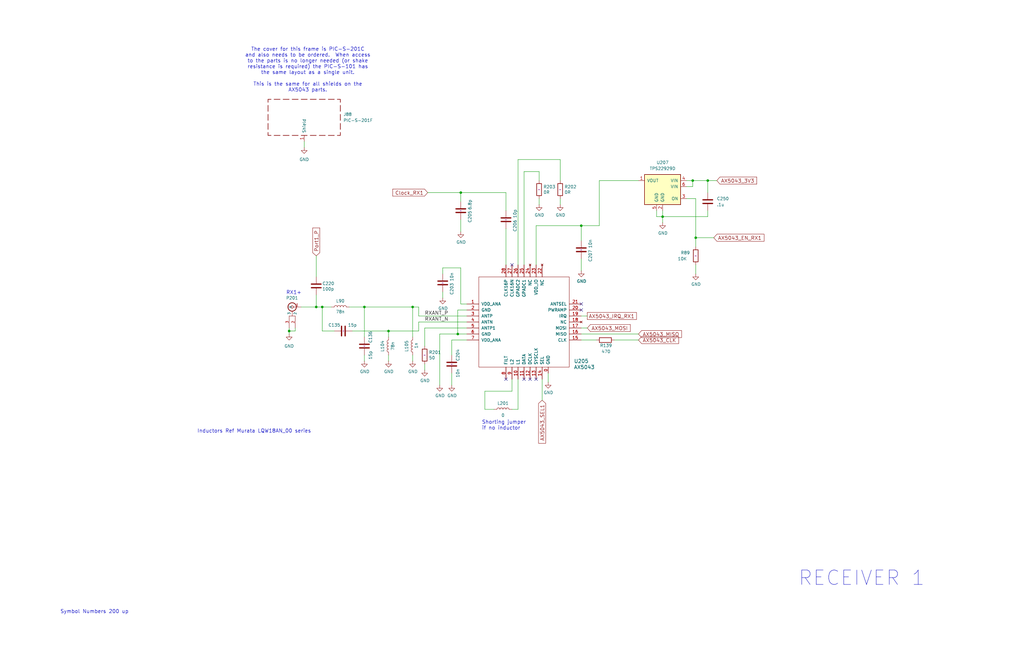
<source format=kicad_sch>
(kicad_sch (version 20250114) (generator "eeschema") (generator_version "9.0")
  (paper "USLedger")
  (title_block (title "Radiation Tolerant PacSat Communication") (date "2023-06-17") (rev "A") (company "AMSAT-NA") (comment 1 "N5BRG"))
  (lib_symbols
    (symbol "Device:C" (pin_numbers (hide yes)) (pin_names (offset 0.254))
      (property "Reference" "C" (at 0.635 2.54 0))
      (property "Value" "C" (at 0.635 -2.54 0))
      (symbol "C_0_1"
        (polyline (pts (xy -2.032 0.762) (xy 2.032 0.762)) (stroke (width 0.508)))
        (polyline (pts (xy -2.032 -0.762) (xy 2.032 -0.762)) (stroke (width 0.508)))
      )
      (symbol "C_1_1"
        (pin passive line (at 0 3.81 270) (length 2.794) (name "~") (number "1"))
        (pin passive line (at 0 -3.81 90) (length 2.794) (name "~") (number "2"))
      )
    )
    (symbol "Device:L" (pin_numbers (hide yes)) (pin_names (offset 1.016) (hide yes))
      (property "Reference" "L" (at -1.27 0 90))
      (property "Value" "L" (at 1.905 0 90))
      (symbol "L_0_1"
        (arc (start 0 2.54) (mid 0.6323 1.905) (end 0 1.27))
        (arc (start 0 1.27) (mid 0.6323 0.635) (end 0 0))
        (arc (start 0 0) (mid 0.6323 -0.635) (end 0 -1.27))
        (arc (start 0 -1.27) (mid 0.6323 -1.905) (end 0 -2.54))
      )
      (symbol "L_1_1"
        (pin passive line (at 0 3.81 270) (length 1.27) (name "1") (number "1"))
        (pin passive line (at 0 -3.81 90) (length 1.27) (name "2") (number "2"))
      )
    )
    (symbol "Device:R" (pin_numbers (hide yes)) (pin_names (offset 0))
      (property "Reference" "R" (at 2.032 0 90))
      (property "Value" "R" (at 0 0 90))
      (symbol "R_0_1"
        (rectangle (start -1.016 -2.54) (end 1.016 2.54) (stroke (width 0.254)))
      )
      (symbol "R_1_1"
        (pin passive line (at 0 3.81 270) (length 1.27) (name "~") (number "1"))
        (pin passive line (at 0 -3.81 90) (length 1.27) (name "~") (number "2"))
      )
    )
    (symbol "Device:RFShield_OnePiece" (pin_names (offset 1.016))
      (property "Reference" "J" (at 0 5.08 0))
      (property "Value" "RFShield_OnePiece" (at 0 2.54 0))
      (symbol "RFShield_OnePiece_0_1"
        (polyline (pts (xy -15.24 6.35) (xy -15.24 7.62) (xy -13.97 7.62)) (stroke (width 0.254)))
        (polyline (pts (xy -15.24 2.54) (xy -15.24 5.08)) (stroke (width 0.254)))
        (polyline (pts (xy -15.24 -1.27) (xy -15.24 1.27)) (stroke (width 0.254)))
        (polyline (pts (xy -15.24 -5.08) (xy -15.24 -2.54)) (stroke (width 0.254)))
        (polyline (pts (xy -13.97 -7.62) (xy -15.24 -7.62) (xy -15.24 -6.35)) (stroke (width 0.254)))
        (polyline (pts (xy -12.7 7.62) (xy -10.16 7.62)) (stroke (width 0.254)))
        (polyline (pts (xy -10.16 -7.62) (xy -12.7 -7.62)) (stroke (width 0.254)))
        (polyline (pts (xy -6.35 7.62) (xy -8.89 7.62)) (stroke (width 0.254)))
        (polyline (pts (xy -6.35 -7.62) (xy -8.89 -7.62)) (stroke (width 0.254)))
        (polyline (pts (xy -2.54 7.62) (xy -5.08 7.62)) (stroke (width 0.254)))
        (polyline (pts (xy -2.54 -7.62) (xy -5.08 -7.62)) (stroke (width 0.254)))
        (polyline (pts (xy -1.27 -7.62) (xy 1.27 -7.62)) (stroke (width 0.254)))
        (polyline (pts (xy 1.27 7.62) (xy -1.27 7.62)) (stroke (width 0.254)))
        (polyline (pts (xy 2.54 -7.62) (xy 5.08 -7.62)) (stroke (width 0.254)))
        (polyline (pts (xy 5.08 7.62) (xy 2.54 7.62)) (stroke (width 0.254)))
        (polyline (pts (xy 6.35 -7.62) (xy 8.89 -7.62)) (stroke (width 0.254)))
        (polyline (pts (xy 8.89 7.62) (xy 6.35 7.62)) (stroke (width 0.254)))
        (polyline (pts (xy 10.16 -7.62) (xy 12.7 -7.62)) (stroke (width 0.254)))
        (polyline (pts (xy 12.7 7.62) (xy 10.16 7.62)) (stroke (width 0.254)))
        (polyline (pts (xy 13.97 -7.62) (xy 15.24 -7.62) (xy 15.24 -6.35)) (stroke (width 0.254)))
        (polyline (pts (xy 15.24 6.35) (xy 15.24 7.62) (xy 13.97 7.62)) (stroke (width 0.254)))
        (polyline (pts (xy 15.24 2.54) (xy 15.24 5.08)) (stroke (width 0.254)))
        (polyline (pts (xy 15.24 -1.27) (xy 15.24 1.27)) (stroke (width 0.254)))
        (polyline (pts (xy 15.24 -5.08) (xy 15.24 -2.54)) (stroke (width 0.254)))
      )
      (symbol "RFShield_OnePiece_1_1"
        (pin passive line (at 0 -10.16 90) (length 2.54) (name "Shield") (number "1"))
      )
    )
    (symbol "PACSAT_DEV_misc:AX5043" (pin_names (offset 1.016))
      (property "Reference" "U156" (at 16.51 -21.59 0))
      (property "Value" "AX5043" (at -5.08 0 0))
      (symbol "AX5043_0_1"
        (rectangle (start -19.05 19.05) (end 19.05 -19.05))
      )
      (symbol "AX5043_1_1"
        (pin passive line (at -24.13 7.62 0) (length 5.08) (name "VDD_ANA") (number "1"))
        (pin input line (at -24.13 5.08 0) (length 5.08) (name "GND") (number "2"))
        (pin bidirectional line (at -24.13 2.54 0) (length 5.08) (name "ANTP") (number "3"))
        (pin bidirectional line (at -24.13 0 0) (length 5.08) (name "ANTN") (number "4"))
        (pin output line (at -24.13 -2.54 0) (length 5.08) (name "ANTP1") (number "5"))
        (pin input line (at -24.13 -5.08 0) (length 5.08) (name "GND") (number "6"))
        (pin passive line (at -24.13 -7.62 0) (length 5.08) (name "VDD_ANA") (number "7"))
        (pin passive line (at -7.62 24.13 270) (length 5.08) (name "CLK16P") (number "28"))
        (pin passive line (at -7.62 -24.13 90) (length 5.08) (name "FILT") (number "8"))
        (pin passive line (at -5.08 24.13 270) (length 5.08) (name "CLK16N") (number "27"))
        (pin passive line (at -5.08 -24.13 90) (length 5.08) (name "L2") (number "9"))
        (pin input line (at -2.54 24.13 270) (length 5.08) (name "GPADC2") (number "26"))
        (pin passive line (at -2.54 -24.13 90) (length 5.08) (name "L1") (number "10"))
        (pin input line (at 0 24.13 270) (length 5.08) (name "GPADC1") (number "25"))
        (pin input line (at 0 -24.13 90) (length 5.08) (name "DATA") (number "11"))
        (pin no_connect line (at 2.54 24.13 270) (length 5.08) (name "NC") (number "24"))
        (pin input line (at 2.54 -24.13 90) (length 5.08) (name "DCLK") (number "12"))
        (pin passive line (at 5.08 24.13 270) (length 5.08) (name "VDD_IO") (number "23"))
        (pin output line (at 5.08 -24.13 90) (length 5.08) (name "SYSCLK") (number "13"))
        (pin no_connect line (at 7.62 24.13 270) (length 5.08) (name "NC") (number "22"))
        (pin input line (at 7.62 -24.13 90) (length 5.08) (name "SEL") (number "14"))
        (pin power_in line (at 10.16 -21.59 90) (length 2.54) (name "GND") (number "0"))
        (pin output line (at 24.13 7.62 180) (length 5.08) (name "ANTSEL") (number "21"))
        (pin output line (at 24.13 5.08 180) (length 5.08) (name "PWRAMP") (number "20"))
        (pin output line (at 24.13 2.54 180) (length 5.08) (name "IRQ") (number "19"))
        (pin no_connect line (at 24.13 0 180) (length 5.08) (name "NC") (number "18"))
        (pin input line (at 24.13 -2.54 180) (length 5.08) (name "MOSI") (number "17"))
        (pin tri_state line (at 24.13 -5.08 180) (length 5.08) (name "MISO") (number "16"))
        (pin input line (at 24.13 -7.62 180) (length 5.08) (name "CLK") (number "15"))
      )
    )
    (symbol "PACSAT_DEV_misc:U_FL"
      (property "Reference" "U" (at -3.81 2.54 0))
      (symbol "U_FL_0_1"
        (polyline (pts (xy -1.27 -3.81) (xy 1.27 -3.81)))
        (circle (center 0 0) (radius 0.508) (stroke (width 0.2032)))
        (circle (center 0 0) (radius 1.778) (stroke (width 0.3048)))
        (polyline (pts (xy 0 -3.81) (xy 0 -1.778)))
      )
      (symbol "U_FL_1_1"
        (pin bidirectional line (at -3.81 0 0) (length 3.302) (name "In") (number "1"))
        (pin power_in line (at -1.27 -8.89 90) (length 5.08) (name "2") (number "2"))
        (pin power_in line (at 1.27 -8.89 90) (length 5.08) (name "3") (number "3"))
      )
    )
    (symbol "Power_Management:TPS22929D" (pin_names (offset 1.016))
      (property "Reference" "U" (at -7.62 8.89 0))
      (property "Value" "TPS22929D" (at 7.62 8.89 0))
      (symbol "TPS22929D_0_1"
        (rectangle (start -7.62 7.62) (end 7.62 -5.08) (stroke (width 0.254)) (fill (type background)))
      )
      (symbol "TPS22929D_1_1"
        (pin power_in line (at -10.16 5.08 0) (length 2.54) (name "VIN") (number "4"))
        (pin power_in line (at -10.16 2.54 0) (length 2.54) (name "VIN") (number "6"))
        (pin input line (at -10.16 -2.54 0) (length 2.54) (name "ON") (number "3"))
        (pin power_in line (at 0 -7.62 90) (length 2.54) (name "GND") (number "2"))
        (pin power_in line (at 2.54 -7.62 90) (length 2.54) (name "GND") (number "5"))
        (pin power_out line (at 10.16 5.08 180) (length 2.54) (name "VOUT") (number "1"))
      )
    )
    (symbol "power:GND" (power) (pin_numbers (hide yes)) (pin_names (offset 0) (hide yes))
      (property "Value" "GND" (at 0 -3.81 0))
      (symbol "GND_0_1"
        (polyline (pts (xy 0 0) (xy 0 -1.27) (xy 1.27 -1.27) (xy 0 -2.54) (xy -1.27 -1.27) (xy 0 -1.27)))
      )
      (symbol "GND_1_1"
        (pin power_in line (at 0 0 270) (length 0) (name "~") (number "1"))
      )
    )
  )
  (text "Inductors Ref Murata LQW18AN_00 series" (at 83.185 182.88 0) (effects (font (size 1.524 1.524)) (justify left bottom)))
  (text "RECEIVER 1" (at 336.55 247.65 0) (effects (font (size 6.096 6.096)) (justify left bottom)))
  (text "The cover for this frame is PIC-S-201C\nand also needs to be ordered.  When access\nto the parts is no longer needed (or shake\nresistance is required) the PIC-S-101 has\nthe same layout as a single unit.\n\nThis is the same for all shields on the\nAX5043 parts." (at 129.794 29.464 0) (effects (font (size 1.524 1.524))))
  (text "Symbol Numbers 200 up" (at 25.4 259.08 0) (effects (font (size 1.524 1.524)) (justify left bottom)))
  (text "RX1+" (at 120.65 124.46 0) (effects (font (size 1.524 1.524)) (justify left bottom)))
  (text "Shorting jumper\nif no inductor" (at 203.2 181.61 0) (effects (font (size 1.524 1.524)) (justify left bottom)))
  (junction (at 298.45 76.2))
  (junction (at 279.4 91.44))
  (junction (at 121.92 139.7))
  (junction (at 193.04 140.97))
  (junction (at 163.83 139.7))
  (junction (at 292.1 76.2))
  (junction (at 293.37 100.33))
  (junction (at 133.35 129.54))
  (junction (at 135.89 129.54))
  (junction (at 153.67 129.54))
  (junction (at 173.99 129.54))
  (junction (at 245.11 95.25))
  (junction (at 194.31 81.28))
  (no_connect (at 223.52 160.02))
  (no_connect (at 213.36 160.02))
  (no_connect (at 215.9 111.76))
  (no_connect (at 245.11 128.27))
  (no_connect (at 226.06 160.02))
  (no_connect (at 220.98 160.02))
  (no_connect (at 245.11 130.81))
  (wire (pts (xy 220.98 72.39) (xy 227.33 72.39)))
  (wire (pts (xy 194.31 113.03) (xy 186.69 113.03)))
  (wire (pts (xy 193.04 140.97) (xy 196.85 140.97)))
  (wire (pts (xy 292.1 76.2) (xy 298.45 76.2)))
  (wire (pts (xy 179.07 153.67) (xy 179.07 156.21)))
  (wire (pts (xy 298.45 76.2) (xy 302.26 76.2)))
  (wire (pts (xy 179.07 138.43) (xy 196.85 138.43)))
  (wire (pts (xy 236.22 67.31) (xy 236.22 76.2)))
  (wire (pts (xy 289.56 83.82) (xy 293.37 83.82)))
  (wire (pts (xy 173.99 129.54) (xy 176.53 129.54)))
  (wire (pts (xy 135.89 129.54) (xy 139.7 129.54)))
  (wire (pts (xy 147.32 129.54) (xy 153.67 129.54)))
  (wire (pts (xy 194.31 128.27) (xy 194.31 113.03)))
  (wire (pts (xy 121.92 139.7) (xy 124.46 139.7)))
  (wire (pts (xy 153.67 129.54) (xy 173.99 129.54)))
  (wire (pts (xy 252.73 76.2) (xy 269.24 76.2)))
  (wire (pts (xy 279.4 91.44) (xy 279.4 93.98)))
  (wire (pts (xy 293.37 111.76) (xy 293.37 115.57)))
  (wire (pts (xy 133.35 129.54) (xy 135.89 129.54)))
  (wire (pts (xy 279.4 91.44) (xy 298.45 91.44)))
  (wire (pts (xy 292.1 78.74) (xy 292.1 76.2)))
  (wire (pts (xy 213.36 96.52) (xy 213.36 111.76)))
  (wire (pts (xy 215.9 165.1) (xy 204.47 165.1)))
  (wire (pts (xy 148.59 139.7) (xy 163.83 139.7)))
  (wire (pts (xy 186.69 113.03) (xy 186.69 115.57)))
  (wire (pts (xy 245.11 101.6) (xy 245.11 95.25)))
  (wire (pts (xy 186.69 123.19) (xy 186.69 125.73)))
  (wire (pts (xy 194.31 81.28) (xy 194.31 85.09)))
  (wire (pts (xy 215.9 172.72) (xy 218.44 172.72)))
  (wire (pts (xy 173.99 149.86) (xy 173.99 152.4)))
  (wire (pts (xy 220.98 72.39) (xy 220.98 111.76)))
  (wire (pts (xy 153.67 149.86) (xy 153.67 152.4)))
  (wire (pts (xy 121.92 138.43) (xy 121.92 139.7)))
  (wire (pts (xy 185.42 140.97) (xy 193.04 140.97)))
  (wire (pts (xy 127 129.54) (xy 133.35 129.54)))
  (wire (pts (xy 218.44 160.02) (xy 218.44 172.72)))
  (wire (pts (xy 176.53 133.35) (xy 176.53 129.54)))
  (wire (pts (xy 204.47 165.1) (xy 204.47 172.72)))
  (wire (pts (xy 196.85 130.81) (xy 193.04 130.81)))
  (wire (pts (xy 231.14 157.48) (xy 231.14 161.29)))
  (wire (pts (xy 226.06 95.25) (xy 245.11 95.25)))
  (wire (pts (xy 173.99 129.54) (xy 173.99 142.24)))
  (wire (pts (xy 236.22 83.82) (xy 236.22 86.36)))
  (wire (pts (xy 121.92 139.7) (xy 121.92 140.97)))
  (wire (pts (xy 245.11 133.35) (xy 247.65 133.35)))
  (wire (pts (xy 135.89 139.7) (xy 135.89 129.54)))
  (wire (pts (xy 163.83 139.7) (xy 176.53 139.7)))
  (wire (pts (xy 163.83 149.86) (xy 163.83 152.4)))
  (wire (pts (xy 133.35 124.46) (xy 133.35 129.54)))
  (wire (pts (xy 245.11 138.43) (xy 247.65 138.43)))
  (wire (pts (xy 228.6 160.02) (xy 228.6 168.91)))
  (wire (pts (xy 227.33 83.82) (xy 227.33 86.36)))
  (wire (pts (xy 124.46 138.43) (xy 124.46 139.7)))
  (wire (pts (xy 176.53 133.35) (xy 196.85 133.35)))
  (wire (pts (xy 276.86 88.9) (xy 276.86 91.44)))
  (wire (pts (xy 245.11 109.22) (xy 245.11 114.3)))
  (wire (pts (xy 190.5 143.51) (xy 190.5 149.86)))
  (wire (pts (xy 298.45 88.9) (xy 298.45 91.44)))
  (wire (pts (xy 218.44 67.31) (xy 236.22 67.31)))
  (wire (pts (xy 245.11 95.25) (xy 252.73 95.25)))
  (wire (pts (xy 226.06 111.76) (xy 226.06 95.25)))
  (wire (pts (xy 153.67 129.54) (xy 153.67 142.24)))
  (wire (pts (xy 196.85 128.27) (xy 194.31 128.27)))
  (wire (pts (xy 276.86 91.44) (xy 279.4 91.44)))
  (wire (pts (xy 163.83 139.7) (xy 163.83 142.24)))
  (wire (pts (xy 185.42 162.56) (xy 185.42 140.97)))
  (wire (pts (xy 180.34 81.28) (xy 194.31 81.28)))
  (wire (pts (xy 213.36 81.28) (xy 213.36 88.9)))
  (wire (pts (xy 293.37 83.82) (xy 293.37 100.33)))
  (wire (pts (xy 204.47 172.72) (xy 208.28 172.72)))
  (wire (pts (xy 176.53 135.89) (xy 176.53 139.7)))
  (wire (pts (xy 252.73 76.2) (xy 252.73 95.25)))
  (wire (pts (xy 245.11 143.51) (xy 251.46 143.51)))
  (wire (pts (xy 289.56 76.2) (xy 292.1 76.2)))
  (wire (pts (xy 259.08 143.51) (xy 269.24 143.51)))
  (wire (pts (xy 245.11 140.97) (xy 269.24 140.97)))
  (wire (pts (xy 279.4 88.9) (xy 279.4 91.44)))
  (wire (pts (xy 289.56 78.74) (xy 292.1 78.74)))
  (wire (pts (xy 194.31 92.71) (xy 194.31 97.79)))
  (wire (pts (xy 128.27 59.69) (xy 128.27 62.23)))
  (wire (pts (xy 293.37 100.33) (xy 300.99 100.33)))
  (wire (pts (xy 140.97 139.7) (xy 135.89 139.7)))
  (wire (pts (xy 218.44 67.31) (xy 218.44 111.76)))
  (wire (pts (xy 179.07 138.43) (xy 179.07 146.05)))
  (wire (pts (xy 176.53 135.89) (xy 196.85 135.89)))
  (wire (pts (xy 196.85 143.51) (xy 190.5 143.51)))
  (wire (pts (xy 133.35 107.95) (xy 133.35 116.84)))
  (wire (pts (xy 190.5 157.48) (xy 190.5 162.56)))
  (wire (pts (xy 193.04 130.81) (xy 193.04 140.97)))
  (wire (pts (xy 194.31 81.28) (xy 213.36 81.28)))
  (wire (pts (xy 215.9 160.02) (xy 215.9 165.1)))
  (wire (pts (xy 298.45 76.2) (xy 298.45 81.28)))
  (wire (pts (xy 227.33 72.39) (xy 227.33 76.2)))
  (wire (pts (xy 293.37 100.33) (xy 293.37 104.14)))
  (label "RXANT_N" (at 179.07 135.89 0) (effects (font (size 1.524 1.524))))
  (label "RXANT_P" (at 179.07 133.35 0) (effects (font (size 1.524 1.524))))
  (global_label "AX5043_MOSI" (shape input) (at 247.65 138.43 0) (effects (font (size 1.524 1.524))) (property "Intersheetrefs" "${INTERSHEET_REFS}" (effects (hide yes))))
  (global_label "AX5043_EN_RX1" (shape input) (at 300.99 100.33 0) (effects (font (size 1.524 1.524))) (property "Intersheetrefs" "${INTERSHEET_REFS}" (effects (hide yes))))
  (global_label "AX5043_IRQ_RX1" (shape passive) (at 247.65 133.35 0) (effects (font (size 1.524 1.524))) (property "Intersheetrefs" "${INTERSHEET_REFS}" (effects (hide yes))))
  (global_label "AX5043_MISO" (shape input) (at 269.24 140.97 0) (effects (font (size 1.524 1.524))) (property "Intersheetrefs" "${INTERSHEET_REFS}" (effects (hide yes))))
  (global_label "AX5043_CLK" (shape input) (at 269.24 143.51 0) (effects (font (size 1.524 1.524))) (property "Intersheetrefs" "${INTERSHEET_REFS}" (effects (hide yes))))
  (global_label "Port1_P" (shape input) (at 133.35 107.95 90) (effects (font (size 1.524 1.524))) (property "Intersheetrefs" "${INTERSHEET_REFS}" (effects (hide yes))))
  (global_label "Clock_RX1" (shape input) (at 180.34 81.28 180) (effects (font (size 1.524 1.524))) (property "Intersheetrefs" "${INTERSHEET_REFS}" (effects (hide yes))))
  (global_label "AX5043_SEL1" (shape input) (at 228.6 168.91 270) (effects (font (size 1.524 1.524))) (property "Intersheetrefs" "${INTERSHEET_REFS}" (effects (hide yes))))
  (global_label "AX5043_3V3" (shape input) (at 302.26 76.2 0) (effects (font (size 1.524 1.524))) (property "Intersheetrefs" "${INTERSHEET_REFS}" (effects (hide yes))))
  (symbol (lib_id "Device:R") (at 255.27 143.51 90) (unit 1)
    (property "Reference" "R139" (at 255.524 145.796 90))
    (property "Value" "470" (at 255.524 148.336 90))
    (property "Footprint" "Resistor_SMD:R_0603_1608Metric_Pad0.98x0.95mm_HandSolder" (effects (hide yes)))
    (property "Description" "Resistor" (effects (hide yes)))
  )
  (symbol (lib_id "Device:C") (at 298.45 85.09 0) (unit 1)
    (property "Reference" "C250" (at 302.26 83.8199 0) (effects (justify left)))
    (property "Value" ".1u" (at 302.26 86.3599 0) (effects (justify left)))
    (property "Footprint" "Capacitor_SMD:C_0603_1608Metric_Pad1.08x0.95mm_HandSolder" (effects (hide yes)))
  )
  (symbol (lib_id "PACSAT_DEV_misc:AX5043") (at 220.98 135.89 0) (unit 1)
    (property "Reference" "U205" (at 245.11 152.4 0) (effects (font (size 1.524 1.524))))
    (property "Value" "AX5043" (at 246.38 154.94 0) (effects (font (size 1.524 1.524))))
    (property "Footprint" "PacSatDev_onsemi:QFN28" (effects (hide yes)))
  )
  (symbol (lib_id "power:GND") (at 153.67 152.4 0) (unit 1)
    (property "Reference" "#PWR089" (effects (hide yes)))
    (property "Value" "GND" (at 153.797 156.7942 0))
  )
  (symbol (lib_id "Device:C") (at 190.5 153.67 180) (unit 1)
    (property "Reference" "C204" (at 193.04 149.86 90))
    (property "Value" "10n" (at 193.04 157.48 90))
    (property "Footprint" "Capacitor_SMD:C_0603_1608Metric_Pad1.08x0.95mm_HandSolder" (effects (hide yes)))
    (property "Datasheet" "~" (at 190.5 153.67 0))
  )
  (symbol (lib_id "Device:C") (at 213.36 92.71 0) (unit 1)
    (property "Reference" "C206" (at 217.17 95.25 90))
    (property "Value" "10p" (at 217.17 90.17 90))
    (property "Footprint" "Capacitor_SMD:C_0603_1608Metric_Pad1.08x0.95mm_HandSolder" (effects (hide yes)))
    (property "Datasheet" "~" (at 213.36 92.71 0))
  )
  (symbol (lib_id "Device:C") (at 194.31 88.9 0) (unit 1)
    (property "Reference" "C205" (at 198.12 91.44 90))
    (property "Value" "6.8p" (at 198.12 86.36 90))
    (property "Footprint" "Capacitor_SMD:C_0603_1608Metric_Pad1.08x0.95mm_HandSolder" (effects (hide yes)))
    (property "Datasheet" "~" (at 194.31 88.9 0))
  )
  (symbol (lib_id "power:GND") (at 128.27 62.23 0) (unit 1)
    (property "Reference" "#PWR0192" (effects (hide yes)))
    (property "Value" "GND" (at 128.27 67.31 0))
  )
  (symbol (lib_id "Device:L") (at 173.99 146.05 180) (unit 1)
    (property "Reference" "L105" (at 171.45 146.05 90))
    (property "Value" "1n" (at 175.514 145.796 90))
    (property "Footprint" "Inductor_SMD:L_0603_1608Metric_Pad1.05x0.95mm_HandSolder" (effects (hide yes)))
  )
  (symbol (lib_id "power:GND") (at 190.5 162.56 0) (unit 1)
    (property "Reference" "#PWR0206" (effects (hide yes)))
    (property "Value" "GND" (at 190.627 166.9542 0))
  )
  (symbol (lib_id "power:GND") (at 194.31 97.79 0) (unit 1)
    (property "Reference" "#PWR0207" (effects (hide yes)))
    (property "Value" "GND" (at 194.437 102.1842 0))
  )
  (symbol (lib_id "power:GND") (at 236.22 86.36 0) (unit 1)
    (property "Reference" "#PWR0211" (effects (hide yes)))
    (property "Value" "GND" (at 236.347 90.7542 0))
  )
  (symbol (lib_id "power:GND") (at 186.69 125.73 0) (unit 1)
    (property "Reference" "#PWR0205" (effects (hide yes)))
    (property "Value" "GND" (at 186.817 130.1242 0))
  )
  (symbol (lib_id "Device:C") (at 245.11 105.41 0) (unit 1)
    (property "Reference" "C207" (at 248.92 107.95 90))
    (property "Value" "10n" (at 248.92 102.87 90))
    (property "Footprint" "Capacitor_SMD:C_0603_1608Metric_Pad1.08x0.95mm_HandSolder" (effects (hide yes)))
    (property "Datasheet" "~" (at 245.11 105.41 0))
  )
  (symbol (lib_id "Device:C") (at 186.69 119.38 0) (unit 1)
    (property "Reference" "C203" (at 190.5 121.92 90))
    (property "Value" "10n" (at 190.5 116.84 90))
    (property "Footprint" "Capacitor_SMD:C_0603_1608Metric_Pad1.08x0.95mm_HandSolder" (effects (hide yes)))
    (property "Datasheet" "~" (at 186.69 119.38 0))
  )
  (symbol (lib_id "power:GND") (at 163.83 152.4 0) (unit 1)
    (property "Reference" "#PWR090" (effects (hide yes)))
    (property "Value" "GND" (at 163.957 156.7942 0))
  )
  (symbol (lib_id "power:GND") (at 121.92 140.97 0) (unit 1)
    (property "Reference" "#PWR0202" (effects (hide yes)))
    (property "Value" "GND" (at 121.92 146.05 0))
  )
  (symbol (lib_id "power:GND") (at 231.14 161.29 0) (unit 1)
    (property "Reference" "#PWR0210" (effects (hide yes)))
    (property "Value" "GND" (at 231.267 165.6842 0))
  )
  (symbol (lib_id "power:GND") (at 245.11 114.3 0) (unit 1)
    (property "Reference" "#PWR0212" (effects (hide yes)))
    (property "Value" "GND" (at 245.237 118.6942 0))
  )
  (symbol (lib_id "Device:L") (at 143.51 129.54 90) (unit 1)
    (property "Reference" "L90" (at 143.51 127 90))
    (property "Value" "78n" (at 143.51 131.572 90))
    (property "Footprint" "Inductor_SMD:L_0603_1608Metric_Pad1.05x0.95mm_HandSolder" (effects (hide yes)))
  )
  (symbol (lib_id "Power_Management:TPS22929D") (at 279.4 81.28 0) (mirror y) (unit 1)
    (property "Reference" "U207" (at 279.4 68.58 0))
    (property "Value" "TPS22929D" (at 279.4 71.12 0))
    (property "Footprint" "Package_TO_SOT_SMD:SOT-23-6" (effects (hide yes)))
    (property "Datasheet" "http://www.ti.com/lit/ds/symlink/tps22929d.pdf" (effects (hide yes)))
  )
  (symbol (lib_id "Device:RFShield_OnePiece") (at 128.27 49.53 0) (unit 1)
    (property "Reference" "J88" (at 144.78 48.2599 0) (effects (justify left)))
    (property "Value" "PIC-S-201F" (at 144.78 50.7999 0) (effects (justify left)))
    (property "Footprint" "PacSatDev_misc:RF_SHIELD_PIC_S_101" (effects (hide yes)))
    (property "Description" "One-piece EMI RF shielding cabinet" (effects (hide yes)))
  )
  (symbol (lib_id "Device:L") (at 212.09 172.72 90) (unit 1)
    (property "Reference" "L201" (at 212.09 170.18 90))
    (property "Value" "0" (at 212.09 175.26 90))
    (property "Footprint" "Inductor_SMD:L_0603_1608Metric_Pad1.05x0.95mm_HandSolder" (effects (hide yes)))
  )
  (symbol (lib_id "power:GND") (at 227.33 86.36 0) (unit 1)
    (property "Reference" "#PWR0209" (effects (hide yes)))
    (property "Value" "GND" (at 227.457 90.7542 0))
  )
  (symbol (lib_id "PACSAT_DEV_misc:U_FL") (at 123.19 129.54 0) (mirror y) (unit 1)
    (property "Reference" "P201" (at 125.73 125.73 0) (effects (justify left)))
    (property "Value" "CONUFL001-SMD-T" (effects (hide yes)))
    (property "Footprint" "PacSatDev_misc:CONN1_CONUFL_TEC" (effects (hide yes)))
  )
  (symbol (lib_id "power:GND") (at 173.99 152.4 0) (unit 1)
    (property "Reference" "#PWR0220" (effects (hide yes)))
    (property "Value" "GND" (at 174.117 156.7942 0))
  )
  (symbol (lib_id "power:GND") (at 185.42 162.56 0) (unit 1)
    (property "Reference" "#PWR0204" (effects (hide yes)))
    (property "Value" "GND" (at 185.547 166.9542 0))
  )
  (symbol (lib_id "power:GND") (at 279.4 93.98 0) (unit 1)
    (property "Reference" "#PWR0213" (effects (hide yes)))
    (property "Value" "GND" (at 279.527 98.3742 0))
  )
  (symbol (lib_id "Device:L") (at 163.83 146.05 180) (unit 1)
    (property "Reference" "L104" (at 161.29 146.05 90))
    (property "Value" "78n" (at 165.608 146.05 90))
    (property "Footprint" "Inductor_SMD:L_0603_1608Metric_Pad1.05x0.95mm_HandSolder" (effects (hide yes)))
  )
  (symbol (lib_id "Device:C") (at 133.35 120.65 0) (unit 1)
    (property "Reference" "C220" (at 135.89 119.634 0) (effects (justify left)))
    (property "Value" "100p" (at 135.89 121.9454 0) (effects (justify left)))
    (property "Footprint" "Resistor_SMD:R_0603_1608Metric_Pad0.98x0.95mm_HandSolder" (effects (hide yes)))
    (property "Description" "Unpolarized capacitor" (effects (hide yes)))
  )
  (symbol (lib_id "power:GND") (at 293.37 115.57 0) (unit 1)
    (property "Reference" "#PWR091" (effects (hide yes)))
    (property "Value" "GND" (at 293.497 119.9642 0))
  )
  (symbol (lib_id "Device:C") (at 144.78 139.7 270) (unit 1)
    (property "Reference" "C135" (at 140.97 137.16 90))
    (property "Value" "15p" (at 148.59 137.16 90))
    (property "Footprint" "Capacitor_SMD:C_0603_1608Metric_Pad1.08x0.95mm_HandSolder" (effects (hide yes)))
    (property "Datasheet" "~" (at 144.78 139.7 0))
  )
  (symbol (lib_id "power:GND") (at 179.07 156.21 0) (unit 1)
    (property "Reference" "#PWR0203" (effects (hide yes)))
    (property "Value" "GND" (at 179.197 160.6042 0))
  )
  (symbol (lib_id "Device:R") (at 236.22 80.01 0) (unit 1)
    (property "Reference" "R202" (at 237.998 78.8416 0) (effects (justify left)))
    (property "Value" "0R" (at 237.998 81.153 0) (effects (justify left)))
    (property "Footprint" "Resistor_SMD:R_0603_1608Metric_Pad0.98x0.95mm_HandSolder" (effects (hide yes)))
    (property "Datasheet" "~" (at 236.22 80.01 0))
  )
  (symbol (lib_id "Device:C") (at 153.67 146.05 180) (unit 1)
    (property "Reference" "C136" (at 156.21 142.24 90))
    (property "Value" "15p" (at 156.21 149.86 90))
    (property "Footprint" "Capacitor_SMD:C_0603_1608Metric_Pad1.08x0.95mm_HandSolder" (effects (hide yes)))
    (property "Datasheet" "~" (at 153.67 146.05 0))
  )
  (symbol (lib_id "Device:R") (at 293.37 107.95 0) (unit 1)
    (property "Reference" "R89" (at 287.02 106.68 0) (effects (justify left)))
    (property "Value" "10K" (at 285.75 109.22 0) (effects (justify left)))
    (property "Footprint" "Resistor_SMD:R_0603_1608Metric_Pad0.98x0.95mm_HandSolder" (effects (hide yes)))
    (property "Datasheet" "~" (at 293.37 107.95 0))
  )
  (symbol (lib_id "Device:R") (at 179.07 149.86 0) (unit 1)
    (property "Reference" "R201" (at 180.848 148.6916 0) (effects (justify left)))
    (property "Value" "50" (at 180.848 151.003 0) (effects (justify left)))
    (property "Footprint" "Resistor_SMD:R_0603_1608Metric_Pad0.98x0.95mm_HandSolder" (effects (hide yes)))
    (property "Datasheet" "~" (at 179.07 149.86 0))
  )
  (symbol (lib_id "Device:R") (at 227.33 80.01 0) (unit 1)
    (property "Reference" "R203" (at 229.108 78.8416 0) (effects (justify left)))
    (property "Value" "0R" (at 229.108 81.153 0) (effects (justify left)))
    (property "Footprint" "Resistor_SMD:R_0603_1608Metric_Pad0.98x0.95mm_HandSolder" (effects (hide yes)))
    (property "Datasheet" "~" (at 227.33 80.01 0))
  )
)
</source>
